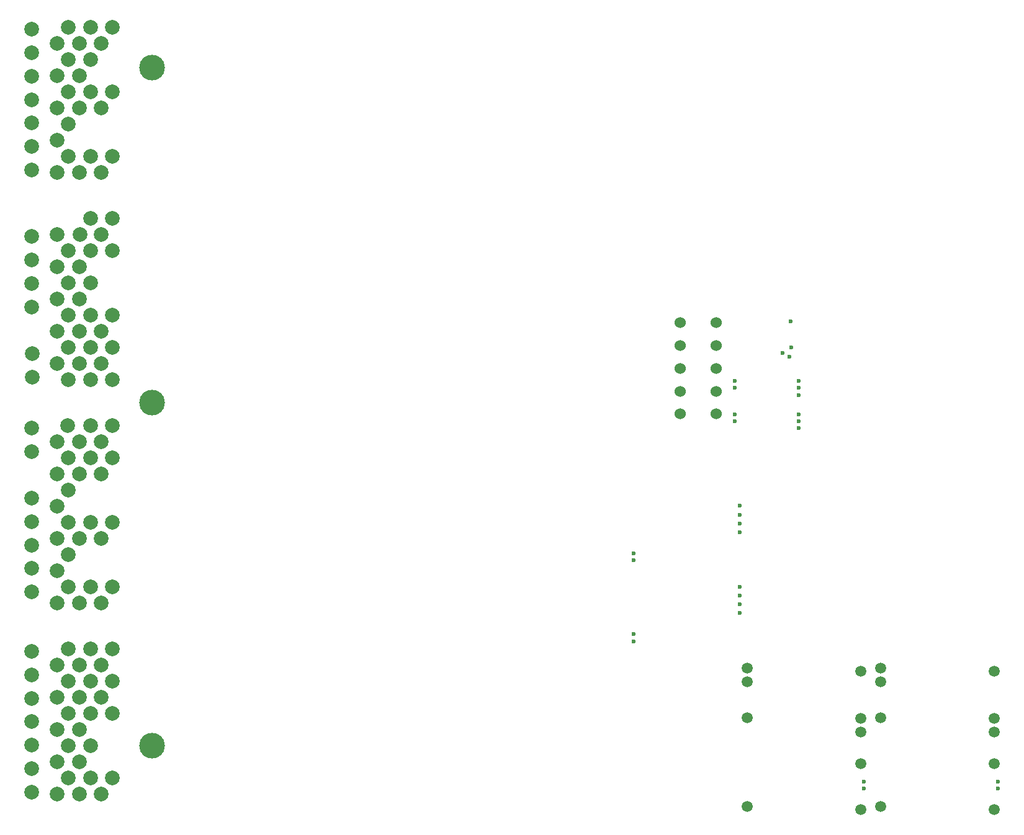
<source format=gbs>
G04 #@! TF.GenerationSoftware,KiCad,Pcbnew,8.0.9-8.0.9-0~ubuntu24.04.1*
G04 #@! TF.CreationDate,2025-02-19T21:10:22+00:00*
G04 #@! TF.ProjectId,rusefiSTI2004,72757365-6669-4535-9449-323030342e6b,rev?*
G04 #@! TF.SameCoordinates,Original*
G04 #@! TF.FileFunction,Soldermask,Bot*
G04 #@! TF.FilePolarity,Negative*
%FSLAX46Y46*%
G04 Gerber Fmt 4.6, Leading zero omitted, Abs format (unit mm)*
G04 Created by KiCad (PCBNEW 8.0.9-8.0.9-0~ubuntu24.04.1) date 2025-02-19 21:10:22*
%MOMM*%
%LPD*%
G01*
G04 APERTURE LIST*
%ADD10C,0.600000*%
%ADD11C,1.524000*%
%ADD12C,1.500000*%
%ADD13C,0.599999*%
%ADD14C,3.500000*%
%ADD15C,2.000000*%
G04 APERTURE END LIST*
D10*
G04 #@! TO.C,M6*
X102325000Y30312500D03*
X102325000Y29112500D03*
X102325000Y31512500D03*
X102325000Y32712500D03*
X87900000Y26252500D03*
X87900000Y25252500D03*
G04 #@! TD*
D11*
G04 #@! TO.C,F2*
X94185000Y65645000D03*
X99085000Y65645000D03*
G04 #@! TD*
G04 #@! TO.C,F3*
X94185000Y62525000D03*
X99085000Y62525000D03*
G04 #@! TD*
D10*
G04 #@! TO.C,M5*
X102325000Y41362500D03*
X102325000Y40162500D03*
X102325000Y42562500D03*
X102325000Y43762500D03*
X87900000Y37302500D03*
X87900000Y36302500D03*
G04 #@! TD*
D12*
G04 #@! TO.C,M8*
X118849995Y21149996D03*
X118849995Y14749999D03*
X118849995Y12849996D03*
X118849995Y8549996D03*
D10*
X119299994Y6149999D03*
X119299994Y5149998D03*
D12*
X118849995Y2299996D03*
X103349998Y21599998D03*
X103349998Y19749999D03*
X103349998Y14799996D03*
X103349998Y2749998D03*
G04 #@! TD*
D13*
G04 #@! TO.C,M4*
X109094997Y64113325D03*
X108219995Y64638325D03*
X109394999Y65388323D03*
X109319996Y68938324D03*
G04 #@! TD*
D10*
G04 #@! TO.C,M7*
X110395000Y60794997D03*
X110395000Y59844997D03*
X110395000Y58894999D03*
X101695000Y59894997D03*
X101695000Y60794997D03*
G04 #@! TD*
G04 #@! TO.C,M13*
X110395000Y56244994D03*
X110395000Y55294994D03*
X110395000Y54344996D03*
X101695000Y55344994D03*
X101695000Y56244994D03*
G04 #@! TD*
D11*
G04 #@! TO.C,F4*
X94185000Y59405000D03*
X99085000Y59405000D03*
G04 #@! TD*
D14*
G04 #@! TO.C,J1*
X22200000Y103600000D03*
X22200000Y57850000D03*
X22200000Y11000000D03*
D15*
X5750000Y108800000D03*
X5750000Y105600000D03*
X5750000Y102400000D03*
X5750000Y99200000D03*
X5750000Y96000000D03*
X5750000Y92800000D03*
X5750000Y89600000D03*
X10750000Y109100000D03*
X9250000Y106900000D03*
X10750000Y104700000D03*
X9250000Y102500000D03*
X10750000Y100300000D03*
X9250000Y98100000D03*
X10750000Y95900000D03*
X9250000Y93700000D03*
X10750000Y91500000D03*
X9250000Y89300000D03*
X13750000Y109100000D03*
X12250000Y106900000D03*
X13750000Y104700000D03*
X12250000Y102500000D03*
X13750000Y100300000D03*
X12250000Y98100000D03*
X13750000Y91500000D03*
X12250000Y89300000D03*
X16750000Y109100000D03*
X15250000Y106900000D03*
X16750000Y100300000D03*
X15250000Y98100000D03*
X16750000Y91500000D03*
X15250000Y89300000D03*
X5750000Y80500000D03*
X5750000Y77300000D03*
X5750000Y74100000D03*
X5750000Y70900000D03*
X5850000Y64500000D03*
X5850000Y61300000D03*
X9250000Y80800000D03*
X10750000Y78600000D03*
X9250000Y76400000D03*
X10750000Y74200000D03*
X9250000Y72000000D03*
X10750000Y69800000D03*
X9250000Y67600000D03*
X10750000Y65400000D03*
X9250000Y63200000D03*
X10750000Y61000000D03*
X13750000Y83000000D03*
X12350000Y80800000D03*
X13750000Y78600000D03*
X12250000Y76400000D03*
X13750000Y74200000D03*
X12250000Y72000000D03*
X13750000Y69800000D03*
X12250000Y67600000D03*
X13750000Y65400000D03*
X12250000Y63200000D03*
X13750000Y61000000D03*
X16750000Y83000000D03*
X15250000Y80800000D03*
X16750000Y78600000D03*
X16750000Y69800000D03*
X15250000Y67600000D03*
X16750000Y65400000D03*
X15250000Y63200000D03*
X16750000Y61000000D03*
X5750000Y54400000D03*
X5750000Y51200000D03*
X5750000Y44800000D03*
X5750000Y41600000D03*
X5750000Y38400000D03*
X5750000Y35200000D03*
X5750000Y32000000D03*
X10650000Y54700000D03*
X9250000Y52500000D03*
X10750000Y50300000D03*
X9250000Y48100000D03*
X10750000Y45900000D03*
X9250000Y43700000D03*
X10750000Y41500000D03*
X9250000Y39300000D03*
X10750000Y37100000D03*
X9250000Y34900000D03*
X10750000Y32700000D03*
X9250000Y30500000D03*
X13750000Y54700000D03*
X12250000Y52500000D03*
X13750000Y50300000D03*
X12250000Y48100000D03*
X13750000Y41500000D03*
X12250000Y39300000D03*
X13750000Y32700000D03*
X12250000Y30500000D03*
X16750000Y54700000D03*
X15250000Y52500000D03*
X16750000Y50300000D03*
X15250000Y48100000D03*
X16750000Y41500000D03*
X15250000Y39300000D03*
X16750000Y32700000D03*
X15250000Y30500000D03*
X5750000Y23900000D03*
X5750000Y20700000D03*
X5750000Y17500000D03*
X5750000Y14300000D03*
X5750000Y11100000D03*
X5750000Y7900000D03*
X5750000Y4700000D03*
X10750000Y24200000D03*
X9250000Y22000000D03*
X10750000Y19800000D03*
X9250000Y17600000D03*
X10750000Y15400000D03*
X9250000Y13200000D03*
X10750000Y11000000D03*
X9250000Y8800000D03*
X10750000Y6600000D03*
X9250000Y4400000D03*
X13750000Y24200000D03*
X12250000Y22000000D03*
X13750000Y19800000D03*
X12250000Y17600000D03*
X13750000Y15400000D03*
X12250000Y13200000D03*
X13750000Y11000000D03*
X12250000Y8800000D03*
X13750000Y6600000D03*
X12250000Y4400000D03*
X16750000Y24200000D03*
X15250000Y22000000D03*
X16750000Y19800000D03*
X15250000Y17600000D03*
X16750000Y15400000D03*
X16750000Y6600000D03*
X15250000Y4400000D03*
G04 #@! TD*
D11*
G04 #@! TO.C,F5*
X94185000Y56285000D03*
X99085000Y56285000D03*
G04 #@! TD*
G04 #@! TO.C,F1*
X94185000Y68765000D03*
X99085000Y68765000D03*
G04 #@! TD*
D12*
G04 #@! TO.C,M14*
X137099997Y21149996D03*
X137099997Y14749999D03*
X137099997Y12849996D03*
X137099997Y8549996D03*
D10*
X137549996Y6149999D03*
X137549996Y5149998D03*
D12*
X137099997Y2299996D03*
X121600000Y21599998D03*
X121600000Y19749999D03*
X121600000Y14799996D03*
X121600000Y2749998D03*
G04 #@! TD*
M02*

</source>
